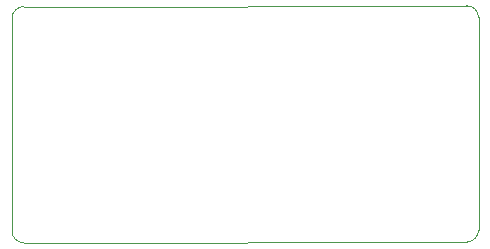
<source format=gbr>
%TF.GenerationSoftware,KiCad,Pcbnew,6.0.4-6f826c9f35~116~ubuntu21.10.1*%
%TF.CreationDate,2022-04-19T01:51:00-04:00*%
%TF.ProjectId,hotwire-lite,686f7477-6972-4652-9d6c-6974652e6b69,rev?*%
%TF.SameCoordinates,Original*%
%TF.FileFunction,Profile,NP*%
%FSLAX46Y46*%
G04 Gerber Fmt 4.6, Leading zero omitted, Abs format (unit mm)*
G04 Created by KiCad (PCBNEW 6.0.4-6f826c9f35~116~ubuntu21.10.1) date 2022-04-19 01:51:00*
%MOMM*%
%LPD*%
G01*
G04 APERTURE LIST*
%TA.AperFunction,Profile*%
%ADD10C,0.050000*%
%TD*%
G04 APERTURE END LIST*
D10*
X147700000Y-105625000D02*
X147700000Y-123625000D01*
X109200000Y-104700000D02*
X146700000Y-104625000D01*
X108200000Y-123700000D02*
X108200000Y-105700000D01*
X146700000Y-124625000D02*
X109200000Y-124700000D01*
X146700000Y-124625000D02*
G75*
G03*
X147700000Y-123625000I0J1000000D01*
G01*
X147700000Y-105625000D02*
G75*
G03*
X146700000Y-104625000I-1000000J0D01*
G01*
X109200000Y-104700000D02*
G75*
G03*
X108200000Y-105700000I0J-1000000D01*
G01*
X108200000Y-123700000D02*
G75*
G03*
X109200000Y-124700000I1000000J0D01*
G01*
M02*

</source>
